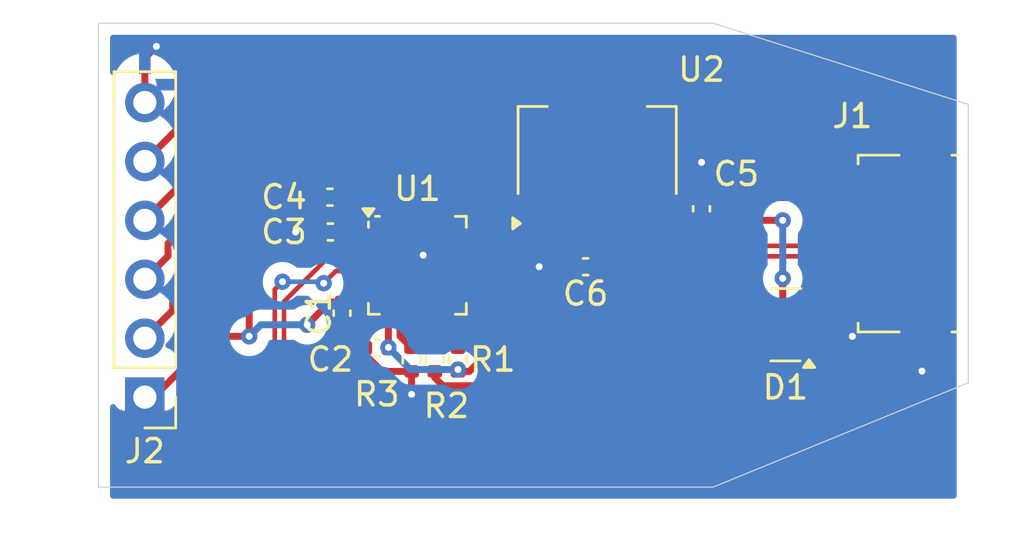
<source format=kicad_pcb>
(kicad_pcb (version 20240108) (generator "pcbnew") (generator_version "8.0")
  (layers (0 "F.Cu" signal) (31 "B.Cu" signal) (34 "B.Paste" user) (35 "F.Paste" user) (36 "B.SilkS" user "B.Silkscreen") (37 "F.SilkS" user "F.Silkscreen") (38 "B.Mask" user) (39 "F.Mask" user) (44 "Edge.Cuts" user))
  (net 0 "")
  (net 1 "GND")
  (net 2 "+3.3V")
  (net 3 "VBUS")
  (net 5 "Net-(J2-Pin_2)")
  (net 6 "Net-(J2-Pin_3)")
  (net 7 "Net-(U1-~{RST})")
  (net 8 "Net-(U1-VBUS)")
  (net 21 "/D-")
  (net 22 "/D+")
  (net 23 "Net-(J2-Pin_5)")
  (net 24 "Net-(J2-Pin_4)")
  (footprint "Resistor_SMD:R_0402_1005Metric" (layer "F.Cu") (at 100.5 87.5 90)
    (property "Reference" "R3" (at -1.5 -1.5 180) (layer "F.SilkS"))
    (property "Value" "47.5k")
    (fp_line (start -0.153641 -0.38) (end 0.153641 -0.38) (stroke (width 0.12)) (layer "F.SilkS"))
    (fp_line (start -0.153641 0.38) (end 0.153641 0.38) (stroke (width 0.12)) (layer "F.SilkS"))
    (pad "1" smd roundrect (at -0.51 0 90) (size 0.54 0.64) (layers "F.Cu" "F.Paste" "F.Mask") (net 1 "GND"))
    (pad "2" smd roundrect (at 0.51 0 90) (size 0.54 0.64) (layers "F.Cu" "F.Paste" "F.Mask") (net 8 "Net-(U1-VBUS)"))
  )
  (footprint "Capacitor_SMD:C_0402_1005Metric" (layer "F.Cu") (at 96.98 80.5 180)
    (property "Reference" "C4" (at 1.98 0 0) (layer "F.SilkS"))
    (property "Value" "4u7")
    (fp_line (start -0.107836 0.36) (end 0.107836 0.36) (stroke (width 0.12)) (layer "F.SilkS"))
    (fp_line (start -0.107836 -0.36) (end 0.107836 -0.36) (stroke (width 0.12)) (layer "F.SilkS"))
    (pad "1" smd roundrect (at -0.48 0 180) (size 0.56 0.62) (layers "F.Cu" "F.Paste" "F.Mask") (net 2 "+3.3V"))
    (pad "2" smd roundrect (at 0.48 0 180) (size 0.56 0.62) (layers "F.Cu" "F.Paste" "F.Mask") (net 1 "GND"))
  )
  (footprint "Package_DFN_QFN:QFN-24-1EP_4x4mm_P0.5mm_EP2.6x2.6mm" (layer "F.Cu") (at 100.75 83.4375)
    (property "Reference" "U1" (at 0 -3.3 0) (layer "F.SilkS"))
    (property "Value" "CP2102N-Axx-xQFN24")
    (fp_line (start -2.11 -1.635) (end -2.11 -1.87) (stroke (width 0.12)) (layer "F.SilkS"))
    (fp_line (start -2.11 2.11) (end -2.11 1.635) (stroke (width 0.12)) (layer "F.SilkS"))
    (fp_line (start -1.635 -2.11) (end -1.81 -2.11) (stroke (width 0.12)) (layer "F.SilkS"))
    (fp_line (start -1.635 2.11) (end -2.11 2.11) (stroke (width 0.12)) (layer "F.SilkS"))
    (fp_line (start 1.635 -2.11) (end 2.11 -2.11) (stroke (width 0.12)) (layer "F.SilkS"))
    (fp_line (start 1.635 2.11) (end 2.11 2.11) (stroke (width 0.12)) (layer "F.SilkS"))
    (fp_line (start 2.11 -2.11) (end 2.11 -1.635) (stroke (width 0.12)) (layer "F.SilkS"))
    (fp_line (start 2.11 2.11) (end 2.11 1.635) (stroke (width 0.12)) (layer "F.SilkS"))
    (fp_poly (pts (xy -2.11 -2.11) (xy -2.35 -2.44) (xy -1.87 -2.44) (xy -2.11 -2.11)) (stroke (width 0.12)) (fill solid) (layer "F.SilkS"))
    (pad "1" smd roundrect (at -1.9375 -1.25) (size 0.825 0.25) (layers "F.Cu" "F.Paste" "F.Mask"))
    (pad "2" smd roundrect (at -1.9375 -0.75) (size 0.825 0.25) (layers "F.Cu" "F.Paste" "F.Mask") (net 1 "GND"))
    (pad "3" smd roundrect (at -1.9375 -0.25) (size 0.825 0.25) (layers "F.Cu" "F.Paste" "F.Mask") (net 22 "/D+"))
    (pad "4" smd roundrect (at -1.9375 0.25) (size 0.825 0.25) (layers "F.Cu" "F.Paste" "F.Mask") (net 21 "/D-"))
    (pad "5" smd roundrect (at -1.9375 0.75) (size 0.825 0.25) (layers "F.Cu" "F.Paste" "F.Mask") (net 2 "+3.3V"))
    (pad "6" smd roundrect (at -1.9375 1.25) (size 0.825 0.25) (layers "F.Cu" "F.Paste" "F.Mask") (net 2 "+3.3V"))
    (pad "7" smd roundrect (at -1.25 1.9375) (size 0.25 0.825) (layers "F.Cu" "F.Paste" "F.Mask") (net 2 "+3.3V"))
    (pad "8" smd roundrect (at -0.75 1.9375) (size 0.25 0.825) (layers "F.Cu" "F.Paste" "F.Mask") (net 8 "Net-(U1-VBUS)"))
    (pad "9" smd roundrect (at -0.25 1.9375) (size 0.25 0.825) (layers "F.Cu" "F.Paste" "F.Mask") (net 7 "Net-(U1-~{RST})"))
    (pad "10" smd roundrect (at 0.25 1.9375) (size 0.25 0.825) (layers "F.Cu" "F.Paste" "F.Mask"))
    (pad "11" smd roundrect (at 0.75 1.9375) (size 0.25 0.825) (layers "F.Cu" "F.Paste" "F.Mask"))
    (pad "12" smd roundrect (at 1.25 1.9375) (size 0.25 0.825) (layers "F.Cu" "F.Paste" "F.Mask"))
    (pad "13" smd roundrect (at 1.9375 1.25) (size 0.825 0.25) (layers "F.Cu" "F.Paste" "F.Mask"))
    (pad "14" smd roundrect (at 1.9375 0.75) (size 0.825 0.25) (layers "F.Cu" "F.Paste" "F.Mask"))
    (pad "15" smd roundrect (at 1.9375 0.25) (size 0.825 0.25) (layers "F.Cu" "F.Paste" "F.Mask"))
    (pad "16" smd roundrect (at 1.9375 -0.25) (size 0.825 0.25) (layers "F.Cu" "F.Paste" "F.Mask"))
    (pad "17" smd roundrect (at 1.9375 -0.75) (size 0.825 0.25) (layers "F.Cu" "F.Paste" "F.Mask"))
    (pad "18" smd roundrect (at 1.9375 -1.25) (size 0.825 0.25) (layers "F.Cu" "F.Paste" "F.Mask") (net 23 "Net-(J2-Pin_5)"))
    (pad "19" smd roundrect (at 1.25 -1.9375) (size 0.25 0.825) (layers "F.Cu" "F.Paste" "F.Mask") (net 24 "Net-(J2-Pin_4)"))
    (pad "20" smd roundrect (at 0.75 -1.9375) (size 0.25 0.825) (layers "F.Cu" "F.Paste" "F.Mask") (net 6 "Net-(J2-Pin_3)"))
    (pad "21" smd roundrect (at 0.25 -1.9375) (size 0.25 0.825) (layers "F.Cu" "F.Paste" "F.Mask") (net 5 "Net-(J2-Pin_2)"))
    (pad "22" smd roundrect (at -0.25 -1.9375) (size 0.25 0.825) (layers "F.Cu" "F.Paste" "F.Mask"))
    (pad "23" smd roundrect (at -0.75 -1.9375) (size 0.25 0.825) (layers "F.Cu" "F.Paste" "F.Mask"))
    (pad "24" smd roundrect (at -1.25 -1.9375) (size 0.25 0.825) (layers "F.Cu" "F.Paste" "F.Mask"))
    (pad "25" smd rect (at 0 0) (size 2.6 2.6) (property pad_prop_heatsink) (layers "F.Cu" "F.Mask") (net 1 "GND"))
  )
  (footprint "Capacitor_SMD:C_0402_1005Metric" (layer "F.Cu") (at 108 83.5 180)
    (property "Reference" "C6" (at 0 -1.16 0) (layer "F.SilkS"))
    (property "Value" "100n")
    (fp_line (start -0.107836 0.36) (end 0.107836 0.36) (stroke (width 0.12)) (layer "F.SilkS"))
    (fp_line (start -0.107836 -0.36) (end 0.107836 -0.36) (stroke (width 0.12)) (layer "F.SilkS"))
    (pad "1" smd roundrect (at -0.48 0 180) (size 0.56 0.62) (layers "F.Cu" "F.Paste" "F.Mask") (net 2 "+3.3V"))
    (pad "2" smd roundrect (at 0.48 0 180) (size 0.56 0.62) (layers "F.Cu" "F.Paste" "F.Mask") (net 1 "GND"))
  )
  (footprint "Capacitor_SMD:C_0402_1005Metric" (layer "F.Cu") (at 97 82 180)
    (property "Reference" "C3" (at 2 0 0) (layer "F.SilkS"))
    (property "Value" "100n")
    (fp_line (start -0.107836 0.36) (end 0.107836 0.36) (stroke (width 0.12)) (layer "F.SilkS"))
    (fp_line (start -0.107836 -0.36) (end 0.107836 -0.36) (stroke (width 0.12)) (layer "F.SilkS"))
    (pad "1" smd roundrect (at -0.48 0 180) (size 0.56 0.62) (layers "F.Cu" "F.Paste" "F.Mask") (net 2 "+3.3V"))
    (pad "2" smd roundrect (at 0.48 0 180) (size 0.56 0.62) (layers "F.Cu" "F.Paste" "F.Mask") (net 1 "GND"))
  )
  (footprint "Resistor_SMD:R_0402_1005Metric" (layer "F.Cu") (at 101.5 87.5 -90)
    (property "Reference" "R2" (at 2 -0.5 0) (layer "F.SilkS"))
    (property "Value" "22.1k")
    (fp_line (start -0.153641 0.38) (end 0.153641 0.38) (stroke (width 0.12)) (layer "F.SilkS"))
    (fp_line (start -0.153641 -0.38) (end 0.153641 -0.38) (stroke (width 0.12)) (layer "F.SilkS"))
    (pad "1" smd roundrect (at -0.51 0 270) (size 0.54 0.64) (layers "F.Cu" "F.Paste" "F.Mask") (net 8 "Net-(U1-VBUS)"))
    (pad "2" smd roundrect (at 0.51 0 270) (size 0.54 0.64) (layers "F.Cu" "F.Paste" "F.Mask") (net 3 "VBUS"))
  )
  (footprint "Capacitor_SMD:C_0402_1005Metric" (layer "F.Cu") (at 113 81 90)
    (property "Reference" "C5" (at 1.5 1.5 180) (layer "F.SilkS"))
    (property "Value" "100n")
    (fp_line (start -0.107836 -0.36) (end 0.107836 -0.36) (stroke (width 0.12)) (layer "F.SilkS"))
    (fp_line (start -0.107836 0.36) (end 0.107836 0.36) (stroke (width 0.12)) (layer "F.SilkS"))
    (pad "1" smd roundrect (at -0.48 0 90) (size 0.56 0.62) (layers "F.Cu" "F.Paste" "F.Mask") (net 3 "VBUS"))
    (pad "2" smd roundrect (at 0.48 0 90) (size 0.56 0.62) (layers "F.Cu" "F.Paste" "F.Mask") (net 1 "GND"))
  )
  (footprint "Capacitor_SMD:C_0402_1005Metric" (layer "F.Cu") (at 97.5 85.5 -90)
    (property "Reference" "C1" (at 0 1 90) (layer "F.SilkS"))
    (property "Value" "100n")
    (fp_line (start -0.107836 0.36) (end 0.107836 0.36) (stroke (width 0.12)) (layer "F.SilkS"))
    (fp_line (start -0.107836 -0.36) (end 0.107836 -0.36) (stroke (width 0.12)) (layer "F.SilkS"))
    (pad "1" smd roundrect (at -0.48 0 270) (size 0.56 0.62) (layers "F.Cu" "F.Paste" "F.Mask") (net 2 "+3.3V"))
    (pad "2" smd roundrect (at 0.48 0 270) (size 0.56 0.62) (layers "F.Cu" "F.Paste" "F.Mask") (net 1 "GND"))
  )
  (footprint "Package_TO_SOT_SMD:SOT-143" (layer "F.Cu") (at 116.635 86 180)
    (property "Reference" "D1" (at 0.02 -2.7 0) (layer "F.SilkS"))
    (property "Value" "SP0503BAHT")
    (fp_line (start 0.65 -1.56) (end -0.62 -1.56) (stroke (width 0.12)) (layer "F.SilkS"))
    (fp_line (start -0.65 1.56) (end 0.65 1.56) (stroke (width 0.12)) (layer "F.SilkS"))
    (fp_poly (pts (xy -1 -1.51) (xy -1.24 -1.84) (xy -0.76 -1.84) (xy -1 -1.51)) (stroke (width 0.12)) (fill solid) (layer "F.SilkS"))
    (pad "1" smd roundrect (at -1 -0.75 180) (size 0.7 1) (layers "F.Cu" "F.Paste" "F.Mask") (net 1 "GND"))
    (pad "2" smd roundrect (at -1 0.95 180) (size 0.7 0.6) (layers "F.Cu" "F.Paste" "F.Mask") (net 21 "/D-"))
    (pad "3" smd roundrect (at 1 0.95 180) (size 0.7 0.6) (layers "F.Cu" "F.Paste" "F.Mask") (net 22 "/D+"))
    (pad "4" smd roundrect (at 1 -0.95 180) (size 0.7 0.6) (layers "F.Cu" "F.Paste" "F.Mask") (net 3 "VBUS"))
  )
  (footprint "Package_TO_SOT_SMD:SOT-223-3_TabPin2" (layer "F.Cu") (at 108.5 78.5 90)
    (property "Reference" "U2" (at 3.5 4.5 180) (layer "F.SilkS"))
    (property "Value" "AMS1117-3.3")
    (fp_line (start 1.91 -3.41) (end 1.91 -2.15) (stroke (width 0.12)) (layer "F.SilkS"))
    (fp_line (start -1.85 -3.41) (end 1.91 -3.41) (stroke (width 0.12)) (layer "F.SilkS"))
    (fp_line (start 1.91 3.41) (end 1.91 2.15) (stroke (width 0.12)) (layer "F.SilkS"))
    (fp_line (start -1.85 3.41) (end 1.91 3.41) (stroke (width 0.12)) (layer "F.SilkS"))
    (fp_poly (pts (xy -3.13 -3.31) (xy -3.37 -3.64) (xy -2.89 -3.64) (xy -3.13 -3.31)) (stroke (width 0.12)) (fill solid) (layer "F.SilkS"))
    (pad "1" smd roundrect (at -3.15 -2.3 90) (size 2 1.5) (layers "F.Cu" "F.Paste" "F.Mask") (net 1 "GND"))
    (pad "2" smd roundrect (at -3.15 0 90) (size 2 1.5) (layers "F.Cu" "F.Paste" "F.Mask") (net 2 "+3.3V"))
    (pad "2" smd roundrect (at 3.15 0 90) (size 2 3.8) (layers "F.Cu" "F.Paste" "F.Mask") (net 2 "+3.3V"))
    (pad "3" smd roundrect (at -3.15 2.3 90) (size 2 1.5) (layers "F.Cu" "F.Paste" "F.Mask") (net 3 "VBUS"))
  )
  (footprint "Capacitor_SMD:C_0402_1005Metric" (layer "F.Cu") (at 99 87 180)
    (property "Reference" "C2" (at 2 -0.5 0) (layer "F.SilkS"))
    (property "Value" "100n")
    (fp_line (start -0.107836 0.36) (end 0.107836 0.36) (stroke (width 0.12)) (layer "F.SilkS"))
    (fp_line (start -0.107836 -0.36) (end 0.107836 -0.36) (stroke (width 0.12)) (layer "F.SilkS"))
    (pad "1" smd roundrect (at -0.48 0 180) (size 0.56 0.62) (layers "F.Cu" "F.Paste" "F.Mask") (net 2 "+3.3V"))
    (pad "2" smd roundrect (at 0.48 0 180) (size 0.56 0.62) (layers "F.Cu" "F.Paste" "F.Mask") (net 1 "GND"))
  )
  (footprint "Connector_USB:USB_Micro-B_Molex_47346-0001" (layer "F.Cu") (at 121.46 82.5 90)
    (property "Reference" "J1" (at 5.5 -1.96 0) (layer "F.SilkS"))
    (property "Value" "USB_B_Micro")
    (fp_line (start 3.81 -1.71) (end 3.43 -1.71) (stroke (width 0.12)) (layer "F.SilkS"))
    (fp_line (start 3.81 -1.71) (end 3.81 0.06) (stroke (width 0.12)) (layer "F.SilkS"))
    (fp_line (start -3.81 -1.71) (end -3.43 -1.71) (stroke (width 0.12)) (layer "F.SilkS"))
    (fp_line (start -3.81 0.06) (end -3.81 -1.71) (stroke (width 0.12)) (layer "F.SilkS"))
    (fp_line (start 3.81 2.34) (end 3.81 2.6) (stroke (width 0.12)) (layer "F.SilkS"))
    (fp_line (start -3.81 2.6) (end -3.81 2.34) (stroke (width 0.12)) (layer "F.SilkS"))
    (pad "1" smd rect (at -1.3 -1.46 90) (size 0.45 1.38) (layers "F.Cu" "F.Paste" "F.Mask") (net 3 "VBUS"))
    (pad "2" smd rect (at -0.65 -1.46 90) (size 0.45 1.38) (layers "F.Cu" "F.Paste" "F.Mask") (net 21 "/D-"))
    (pad "3" smd rect (at 0 -1.46 90) (size 0.45 1.38) (layers "F.Cu" "F.Paste" "F.Mask") (net 22 "/D+"))
    (pad "4" smd rect (at 0.65 -1.46 90) (size 0.45 1.38) (layers "F.Cu" "F.Paste" "F.Mask"))
    (pad "5" smd rect (at 1.3 -1.46 90) (size 0.45 1.38) (layers "F.Cu" "F.Paste" "F.Mask") (net 1 "GND"))
    (pad "6" smd rect (at -3.375 1.2 90) (size 1.65 1.3) (layers "F.Cu" "F.Paste" "F.Mask") (net 1 "GND"))
    (pad "6" smd rect (at -2.4875 -1.375 90) (size 1.425 1.55) (layers "F.Cu" "F.Paste" "F.Mask") (net 1 "GND"))
    (pad "6" smd rect (at -1.15 1.2 90) (size 1.8 1.9) (layers "F.Cu" "F.Paste" "F.Mask") (net 1 "GND"))
    (pad "6" smd rect (at 1.55 1.2 90) (size 1 1.9) (layers "F.Cu" "F.Paste" "F.Mask") (net 1 "GND"))
    (pad "6" smd rect (at 2.4875 -1.375 90) (size 1.425 1.55) (layers "F.Cu" "F.Paste" "F.Mask") (net 1 "GND"))
    (pad "6" smd rect (at 3.375 1.2 90) (size 1.65 1.3) (layers "F.Cu" "F.Paste" "F.Mask") (net 1 "GND"))
  )
  (footprint "Connector_PinHeader_2.54mm:PinHeader_1x06_P2.54mm_Vertical" (layer "F.Cu") (at 89 89.12 180)
    (property "Reference" "J2" (at 0 -2.33 0) (layer "F.SilkS"))
    (property "Value" "Conn_01x06_Pin")
    (fp_line (start 1.33 1.27) (end 1.33 14.03) (stroke (width 0.12)) (layer "F.SilkS"))
    (fp_line (start -1.33 14.03) (end 1.33 14.03) (stroke (width 0.12)) (layer "F.SilkS"))
    (fp_line (start -1.33 1.27) (end 1.33 1.27) (stroke (width 0.12)) (layer "F.SilkS"))
    (fp_line (start -1.33 1.27) (end -1.33 14.03) (stroke (width 0.12)) (layer "F.SilkS"))
    (fp_line (start -1.33 0) (end -1.33 -1.33) (stroke (width 0.12)) (layer "F.SilkS"))
    (fp_line (start -1.33 -1.33) (end 0 -1.33) (stroke (width 0.12)) (layer "F.SilkS"))
    (pad "1" thru_hole rect (at 0 0 180) (size 1.7 1.7) (drill 1) (layers "*.Cu" "*.Mask") (net 2 "+3.3V"))
    (pad "2" thru_hole oval (at 0 2.54 180) (size 1.7 1.7) (drill 1) (layers "*.Cu" "*.Mask") (net 5 "Net-(J2-Pin_2)"))
    (pad "3" thru_hole oval (at 0 5.08 180) (size 1.7 1.7) (drill 1) (layers "*.Cu" "*.Mask") (net 6 "Net-(J2-Pin_3)"))
    (pad "4" thru_hole oval (at 0 7.62 180) (size 1.7 1.7) (drill 1) (layers "*.Cu" "*.Mask") (net 24 "Net-(J2-Pin_4)"))
    (pad "5" thru_hole oval (at 0 10.16 180) (size 1.7 1.7) (drill 1) (layers "*.Cu" "*.Mask") (net 23 "Net-(J2-Pin_5)"))
    (pad "6" thru_hole oval (at 0 12.7 180) (size 1.7 1.7) (drill 1) (layers "*.Cu" "*.Mask") (net 1 "GND"))
  )
  (footprint "Resistor_SMD:R_0402_1005Metric" (layer "F.Cu") (at 102.5 87.5 90)
    (property "Reference" "R1" (at 0 1.5 0) (layer "F.SilkS"))
    (property "Value" "1k")
    (fp_line (start -0.153641 -0.38) (end 0.153641 -0.38) (stroke (width 0.12)) (layer "F.SilkS"))
    (fp_line (start -0.153641 0.38) (end 0.153641 0.38) (stroke (width 0.12)) (layer "F.SilkS"))
    (pad "1" smd roundrect (at -0.51 0 90) (size 0.54 0.64) (layers "F.Cu" "F.Paste" "F.Mask") (net 2 "+3.3V"))
    (pad "2" smd roundrect (at 0.51 0 90) (size 0.54 0.64) (layers "F.Cu" "F.Paste" "F.Mask") (net 7 "Net-(U1-~{RST})"))
  )
  (gr_line (start 124.5 76.5) (end 113.5 73) (stroke (width 0.05)) (layer "Edge.Cuts"))
  (gr_line (start 113.5 73) (end 87 73) (stroke (width 0.05)) (layer "Edge.Cuts"))
  (gr_line (start 87 73) (end 87 93) (stroke (width 0.05)) (layer "Edge.Cuts"))
  (gr_line (start 113.5 93) (end 124.5 88.5) (stroke (width 0.05)) (layer "Edge.Cuts"))
  (gr_line (start 87 93) (end 113.5 93) (stroke (width 0.05)) (layer "Edge.Cuts"))
  (gr_line (start 124.5 88.5) (end 124.5 76.5) (stroke (width 0.05)) (layer "Edge.Cuts"))
  (segment (start 100 82.6875) (end 100.75 83.4375) (width 0.3) (layer "F.Cu") (net 1))
  (segment (start 119.32 80.52) (end 113 80.52) (width 0.3) (layer "F.Cu") (net 1))
  (segment (start 122.66 80.95) (end 122.66 79.125) (width 0.3) (layer "F.Cu") (net 1))
  (segment (start 120 81.2) (end 119.32 80.52) (width 0.3) (layer "F.Cu") (net 1))
  (segment (start 96.52 82) (end 95.5 82) (width 0.3) (layer "F.Cu") (net 1))
  (segment (start 96.52 82) (end 96.52 80.52) (width 0.3) (layer "F.Cu") (net 1))
  (segment (start 120.085 84.9875) (end 120.085 85.915) (width 0.3) (layer "F.Cu") (net 1))
  (segment (start 98.52 87.309999) (end 99.220001 88.01) (width 0.3) (layer "F.Cu") (net 1))
  (segment (start 100.75 83.25) (end 101 83) (width 0.3) (layer "F.Cu") (net 1))
  (segment (start 120 81.2) (end 122.41 81.2) (width 0.3) (layer "F.Cu") (net 1))
  (segment (start 120.085 80.0125) (end 120.085 81.115) (width 0.3) (layer "F.Cu") (net 1))
  (segment (start 122.41 81.2) (end 122.66 80.95) (width 0.3) (layer "F.Cu") (net 1))
  (segment (start 96.52 80.52) (end 96.5 80.5) (width 0.3) (layer "F.Cu") (net 1))
  (segment (start 89 74.5) (end 89.5 74) (width 0.3) (layer "F.Cu") (net 1))
  (segment (start 97.5 85.98) (end 97.5 87) (width 0.3) (layer "F.Cu") (net 1))
  (segment (start 98.52 87) (end 98.52 87.309999) (width 0.3) (layer "F.Cu") (net 1))
  (segment (start 117.635 86.75) (end 118.3225 86.75) (width 0.3) (layer "F.Cu") (net 1))
  (segment (start 97.5 87) (end 98.52 87) (width 0.3) (layer "F.Cu") (net 1))
  (segment (start 122.66 83.65) (end 122.66 85.875) (width 0.3) (layer "F.Cu") (net 1))
  (segment (start 106.2 81.65) (end 106.2 83.3) (width 0.3) (layer "F.Cu") (net 1))
  (segment (start 120.085 85.915) (end 119.5 86.5) (width 0.3) (layer "F.Cu") (net 1))
  (segment (start 100.75 83.4375) (end 100.75 83.25) (width 0.3) (layer "F.Cu") (net 1))
  (segment (start 122.66 87.84) (end 122.5 88) (width 0.3) (layer "F.Cu") (net 1))
  (segment (start 99.220001 88.01) (end 100.5 88.01) (width 0.3) (layer "F.Cu") (net 1))
  (segment (start 113 80.52) (end 113 79) (width 0.3) (layer "F.Cu") (net 1))
  (segment (start 106.2 83.3) (end 106 83.5) (width 0.3) (layer "F.Cu") (net 1))
  (segment (start 107.52 83.5) (end 107.52 82.97) (width 0.3) (layer "F.Cu") (net 1))
  (segment (start 100.5 88.01) (end 100.5 89) (width 0.3) (layer "F.Cu") (net 1))
  (segment (start 89 76.42) (end 89 74.5) (width 0.3) (layer "F.Cu") (net 1))
  (segment (start 118.3225 86.75) (end 120.085 84.9875) (width 0.3) (layer "F.Cu") (net 1))
  (segment (start 107.52 82.97) (end 106.2 81.65) (width 0.3) (layer "F.Cu") (net 1))
  (segment (start 98.8125 82.6875) (end 100 82.6875) (width 0.3) (layer "F.Cu") (net 1))
  (segment (start 122.66 80.95) (end 122.66 83.65) (width 0.3) (layer "F.Cu") (net 1))
  (segment (start 120.085 81.115) (end 120 81.2) (width 0.3) (layer "F.Cu") (net 1))
  (segment (start 122.66 85.875) (end 122.66 87.84) (width 0.3) (layer "F.Cu") (net 1))
  (via (at 101 83) (size 0.7) (drill 0.3) (layers "F.Cu" "B.Cu") (net 1))
  (via (at 122.5 88) (size 0.7) (drill 0.3) (layers "F.Cu" "B.Cu") (net 1))
  (via (at 106 83.5) (size 0.7) (drill 0.3) (layers "F.Cu" "B.Cu") (net 1))
  (via (at 95.5 82) (size 0.7) (drill 0.3) (layers "F.Cu" "B.Cu") (net 1))
  (via (at 119.5 86.5) (size 0.7) (drill 0.3) (layers "F.Cu" "B.Cu") (net 1))
  (via (at 89.5 74) (size 0.7) (drill 0.3) (layers "F.Cu" "B.Cu") (net 1))
  (via (at 113 79) (size 0.7) (drill 0.3) (layers "F.Cu" "B.Cu") (net 1))
  (via (at 100.5 89) (size 0.7) (drill 0.3) (layers "F.Cu" "B.Cu") (net 1))
  (segment (start 98.8125 84.6875) (end 97.8325 84.6875) (width 0.3) (layer "F.Cu") (net 2))
  (segment (start 98.8125 84.1875) (end 98.8125 84.6875) (width 0.3) (layer "F.Cu") (net 2))
  (segment (start 108.5 83.48) (end 108.48 83.5) (width 0.3) (layer "F.Cu") (net 2))
  (segment (start 97.5 85.02) (end 96.98 85.02) (width 0.3) (layer "F.Cu") (net 2))
  (segment (start 96.98 85.02) (end 96 86) (width 0.3) (layer "F.Cu") (net 2))
  (segment (start 98.8125 84.6875) (end 99.5 85.375) (width 0.3) (layer "F.Cu") (net 2))
  (segment (start 99.5 85.375) (end 99.5 86.98) (width 0.3) (layer "F.Cu") (net 2))
  (segment (start 89 89.12) (end 89.38 89.12) (width 0.3) (layer "F.Cu") (net 2))
  (segment (start 107.526846 84.5) (end 108.48 83.546846) (width 0.3) (layer "F.Cu") (net 2))
  (segment (start 102.5 88.01) (end 102.99 88.01) (width 0.3) (layer "F.Cu") (net 2))
  (segment (start 92 86.5) (end 93.5 86.5) (width 0.3) (layer "F.Cu") (net 2))
  (segment (start 102.5 88.01) (end 102.5 87.93) (width 0.3) (layer "F.Cu") (net 2))
  (segment (start 96.493154 79.5) (end 93.5 82.493154) (width 0.3) (layer "F.Cu") (net 2))
  (segment (start 96.769999 79.5) (end 96.493154 79.5) (width 0.3) (layer "F.Cu") (net 2))
  (segment (start 102.99 88.01) (end 106.5 84.5) (width 0.3) (layer "F.Cu") (net 2))
  (segment (start 99.48 87) (end 99.5 86.98) (width 0.3) (layer "F.Cu") (net 2))
  (segment (start 93.5 82.493154) (end 93.5 86.5) (width 0.3) (layer "F.Cu") (net 2))
  (segment (start 108.48 83.546846) (end 108.48 83.5) (width 0.3) (layer "F.Cu") (net 2))
  (segment (start 97.8325 84.6875) (end 97.5 85.02) (width 0.3) (layer "F.Cu") (net 2))
  (segment (start 106.5 84.5) (end 107.526846 84.5) (width 0.3) (layer "F.Cu") (net 2))
  (segment (start 97.46 81.98) (end 97.48 82) (width 0.3) (layer "F.Cu") (net 2))
  (segment (start 89.38 89.12) (end 92 86.5) (width 0.3) (layer "F.Cu") (net 2))
  (segment (start 97.46 80.190001) (end 96.769999 79.5) (width 0.3) (layer "F.Cu") (net 2))
  (segment (start 97.46 80.5) (end 97.46 81.98) (width 0.3) (layer "F.Cu") (net 2))
  (segment (start 108.5 81.65) (end 108.5 83.48) (width 0.3) (layer "F.Cu") (net 2))
  (segment (start 97.46 80.5) (end 97.46 80.190001) (width 0.3) (layer "F.Cu") (net 2))
  (segment (start 108.5 81.65) (end 108.5 75.35) (width 0.3) (layer "F.Cu") (net 2))
  (via (at 99.5 86.98) (size 0.7) (drill 0.3) (layers "F.Cu" "B.Cu") (net 2))
  (via (at 102.5 87.93) (size 0.7) (drill 0.3) (layers "F.Cu" "B.Cu") (net 2))
  (via (at 93.5 86.5) (size 0.7) (drill 0.3) (layers "F.Cu" "B.Cu") (net 2))
  (via (at 96 86) (size 0.7) (drill 0.3) (layers "F.Cu" "B.Cu") (net 2))
  (segment (start 96 86) (end 94 86) (width 0.3) (layer "B.Cu") (net 2))
  (segment (start 99.5 86.98) (end 100.45 87.93) (width 0.3) (layer "B.Cu") (net 2))
  (segment (start 100.45 87.93) (end 102.5 87.93) (width 0.3) (layer "B.Cu") (net 2))
  (segment (start 94 86) (end 93.5 86.5) (width 0.3) (layer "B.Cu") (net 2))
  (segment (start 115.5 81.5) (end 115.48 81.48) (width 0.3) (layer "F.Cu") (net 3))
  (segment (start 110.8 81.65) (end 112.83 81.65) (width 0.3) (layer "F.Cu") (net 3))
  (segment (start 115.48 81.48) (end 113 81.48) (width 0.3) (layer "F.Cu") (net 3))
  (segment (start 118.046262 85.7) (end 118.5 85.246262) (width 0.3) (layer "F.Cu") (net 3))
  (segment (start 101.5 88.279999) (end 101.850001 88.63) (width 0.3) (layer "F.Cu") (net 3))
  (segment (start 119.085 83.8) (end 120 83.8) (width 0.3) (layer "F.Cu") (net 3))
  (segment (start 118.5 84.385) (end 119.085 83.8) (width 0.3) (layer "F.Cu") (net 3))
  (segment (start 116.5 81.5) (end 115.5 81.5) (width 0.3) (layer "F.Cu") (net 3))
  (segment (start 116.885 85.7) (end 118.046262 85.7) (width 0.3) (layer "F.Cu") (net 3))
  (segment (start 110.8 82.186846) (end 110.8 81.65) (width 0.3) (layer "F.Cu") (net 3))
  (segment (start 118.5 85.246262) (end 118.5 84.385) (width 0.3) (layer "F.Cu") (net 3))
  (segment (start 116.885 85.7) (end 116.5 85.315) (width 0.3) (layer "F.Cu") (net 3))
  (segment (start 115.635 86.95) (end 116.885 85.7) (width 0.3) (layer "F.Cu") (net 3))
  (segment (start 101.850001 88.63) (end 104.356846 88.63) (width 0.3) (layer "F.Cu") (net 3))
  (segment (start 116.5 85.315) (end 116.5 84) (width 0.3) (layer "F.Cu") (net 3))
  (segment (start 112.83 81.65) (end 113 81.48) (width 0.3) (layer "F.Cu") (net 3))
  (segment (start 101.5 88.01) (end 101.5 88.279999) (width 0.3) (layer "F.Cu") (net 3))
  (segment (start 104.356846 88.63) (end 110.8 82.186846) (width 0.3) (layer "F.Cu") (net 3))
  (via (at 116.5 81.5) (size 0.7) (drill 0.3) (layers "F.Cu" "B.Cu") (net 3))
  (via (at 116.5 84) (size 0.7) (drill 0.3) (layers "F.Cu" "B.Cu") (net 3))
  (segment (start 116.5 84) (end 116.5 81.5) (width 0.3) (layer "B.Cu") (net 3))
  (segment (start 98.997596 79) (end 101 81.002404) (width 0.3) (layer "F.Cu") (net 5))
  (segment (start 90.2 85.38) (end 90.2 84.455) (width 0.3) (layer "F.Cu") (net 5))
  (segment (start 90.2 84.455) (end 95.655 79) (width 0.3) (layer "F.Cu") (net 5))
  (segment (start 95.655 79) (end 98.997596 79) (width 0.3) (layer "F.Cu") (net 5))
  (segment (start 89 86.58) (end 90.2 85.38) (width 0.3) (layer "F.Cu") (net 5))
  (segment (start 101 81.002404) (end 101 81.5) (width 0.3) (layer "F.Cu") (net 5))
  (segment (start 94.5 78) (end 101 78) (width 0.3) (layer "F.Cu") (net 6))
  (segment (start 101.5 78.5) (end 101.5 81.5) (width 0.3) (layer "F.Cu") (net 6))
  (segment (start 101 78) (end 101.5 78.5) (width 0.3) (layer "F.Cu") (net 6))
  (segment (start 89 84.04) (end 90 83.04) (width 0.3) (layer "F.Cu") (net 6))
  (segment (start 90 83.04) (end 90 82.5) (width 0.3) (layer "F.Cu") (net 6))
  (segment (start 90 82.5) (end 94.5 78) (width 0.3) (layer "F.Cu") (net 6))
  (segment (start 100.997404 86.37) (end 101.889634 86.37) (width 0.3) (layer "F.Cu") (net 7))
  (segment (start 102.5 86.980366) (end 102.5 86.99) (width 0.3) (layer "F.Cu") (net 7))
  (segment (start 100.5 85.375) (end 100.5 85.872596) (width 0.3) (layer "F.Cu") (net 7))
  (segment (start 101.889634 86.37) (end 102.5 86.980366) (width 0.3) (layer "F.Cu") (net 7))
  (segment (start 100.5 85.872596) (end 100.997404 86.37) (width 0.3) (layer "F.Cu") (net 7))
  (segment (start 100 86.49) (end 100.5 86.99) (width 0.3) (layer "F.Cu") (net 8))
  (segment (start 100.5 86.99) (end 101.5 86.99) (width 0.3) (layer "F.Cu") (net 8))
  (segment (start 100 85.375) (end 100 86.49) (width 0.3) (layer "F.Cu") (net 8))
  (segment (start 117.635 84.525) (end 119.01 83.15) (width 0.3) (layer "F.Cu") (net 21))
  (segment (start 94.93557 84.14519) (end 94.6 84.48076) (width 0.2) (layer "F.Cu") (net 21))
  (segment (start 114.7682 83.05) (end 118.864999 83.05) (width 0.2) (layer "F.Cu") (net 21))
  (segment (start 118.964999 83.15) (end 120 83.15) (width 0.2) (layer "F.Cu") (net 21))
  (segment (start 94.6 91.440685) (end 94.884315 91.725) (width 0.2) (layer "F.Cu") (net 21))
  (segment (start 106.0932 91.725) (end 114.7682 83.05) (width 0.2) (layer "F.Cu") (net 21))
  (segment (start 118.864999 83.05) (end 118.964999 83.15) (width 0.2) (layer "F.Cu") (net 21))
  (segment (start 97.23174 83.6875) (end 98.8125 83.6875) (width 0.2) (layer "F.Cu") (net 21))
  (segment (start 119.01 83.15) (end 120 83.15) (width 0.3) (layer "F.Cu") (net 21))
  (segment (start 117.635 85.05) (end 117.635 84.525) (width 0.3) (layer "F.Cu") (net 21))
  (segment (start 94.884315 91.725) (end 106.0932 91.725) (width 0.2) (layer "F.Cu") (net 21))
  (segment (start 94.6 84.48076) (end 94.6 91.440685) (width 0.2) (layer "F.Cu") (net 21))
  (segment (start 96.70962 84.20962) (end 97.23174 83.6875) (width 0.2) (layer "F.Cu") (net 21))
  (via (at 96.70962 84.20962) (size 0.7) (drill 0.3) (layers "F.Cu" "B.Cu") (net 21))
  (via (at 94.93557 84.14519) (size 0.7) (drill 0.3) (layers "F.Cu" "B.Cu") (net 21))
  (segment (start 96.70962 84.20962) (end 96.64519 84.14519) (width 0.2) (layer "B.Cu") (net 21))
  (segment (start 96.64519 84.14519) (end 94.93557 84.14519) (width 0.2) (layer "B.Cu") (net 21))
  (segment (start 95 91.275) (end 95 85) (width 0.2) (layer "F.Cu") (net 22))
  (segment (start 118.964999 82.5) (end 118.864999 82.6) (width 0.2) (layer "F.Cu") (net 22))
  (segment (start 121.21 82.72) (end 120.99 82.5) (width 0.3) (layer "F.Cu") (net 22))
  (segment (start 105.9068 91.275) (end 95 91.275) (width 0.2) (layer "F.Cu") (net 22))
  (segment (start 115.1 87.6) (end 119.66 87.6) (width 0.3) (layer "F.Cu") (net 22))
  (segment (start 120 82.5) (end 120 82.575) (width 0.3) (layer "F.Cu") (net 22))
  (segment (start 115.635 85.05) (end 114.935 85.75) (width 0.3) (layer "F.Cu") (net 22))
  (segment (start 120 82.5) (end 118.964999 82.5) (width 0.2) (layer "F.Cu") (net 22))
  (segment (start 114.935 85.75) (end 114.935 87.435) (width 0.3) (layer "F.Cu") (net 22))
  (segment (start 120.99 82.5) (end 120 82.5) (width 0.3) (layer "F.Cu") (net 22))
  (segment (start 118.864999 82.6) (end 114.5818 82.6) (width 0.2) (layer "F.Cu") (net 22))
  (segment (start 95 85) (end 96.8125 83.1875) (width 0.2) (layer "F.Cu") (net 22))
  (segment (start 114.5818 82.6) (end 105.9068 91.275) (width 0.2) (layer "F.Cu") (net 22))
  (segment (start 96.8125 83.1875) (end 98.8125 83.1875) (width 0.2) (layer "F.Cu") (net 22))
  (segment (start 121.21 86.05) (end 121.21 82.72) (width 0.3) (layer "F.Cu") (net 22))
  (segment (start 114.935 87.435) (end 115.1 87.6) (width 0.3) (layer "F.Cu") (net 22))
  (segment (start 119.66 87.6) (end 121.21 86.05) (width 0.3) (layer "F.Cu") (net 22))
  (segment (start 104 77) (end 104 80.875) (width 0.3) (layer "F.Cu") (net 23))
  (segment (start 104 80.875) (end 102.6875 82.1875) (width 0.3) (layer "F.Cu") (net 23))
  (segment (start 92.96 75) (end 102 75) (width 0.3) (layer "F.Cu") (net 23))
  (segment (start 102 75) (end 104 77) (width 0.3) (layer "F.Cu") (net 23))
  (segment (start 89 78.96) (end 92.96 75) (width 0.3) (layer "F.Cu") (net 23))
  (segment (start 94 76.5) (end 101.5 76.5) (width 0.3) (layer "F.Cu") (net 24))
  (segment (start 101.5 76.5) (end 102.5 77.5) (width 0.3) (layer "F.Cu") (net 24))
  (segment (start 89 81.5) (end 94 76.5) (width 0.3) (layer "F.Cu") (net 24))
  (segment (start 102.5 81) (end 102 81.5) (width 0.3) (layer "F.Cu") (net 24))
  (segment (start 102.5 77.5) (end 102.5 81) (width 0.3) (layer "F.Cu") (net 24))
  (zone (net 1) (net_name "GND") (layer "B.Cu") (connect_pads (clearance 0.5)) (min_thickness 0.25) (fill yes (thermal_gap 0.5) (thermal_bridge_width 0.5))
    (polygon (pts (xy 86 72) (xy 126 72) (xy 126 95) (xy 86 95)))
  )
)
</source>
